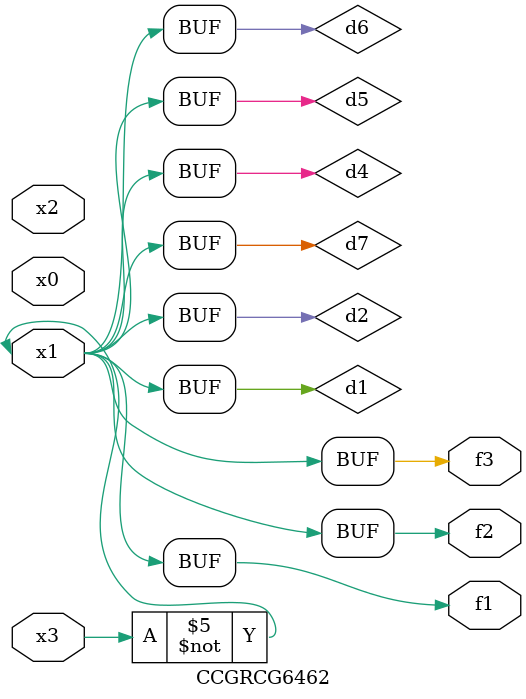
<source format=v>
module CCGRCG6462(
	input x0, x1, x2, x3,
	output f1, f2, f3
);

	wire d1, d2, d3, d4, d5, d6, d7;

	not (d1, x3);
	buf (d2, x1);
	xnor (d3, d1, d2);
	nor (d4, d1);
	buf (d5, d1, d2);
	buf (d6, d4, d5);
	nand (d7, d4);
	assign f1 = d6;
	assign f2 = d7;
	assign f3 = d6;
endmodule

</source>
